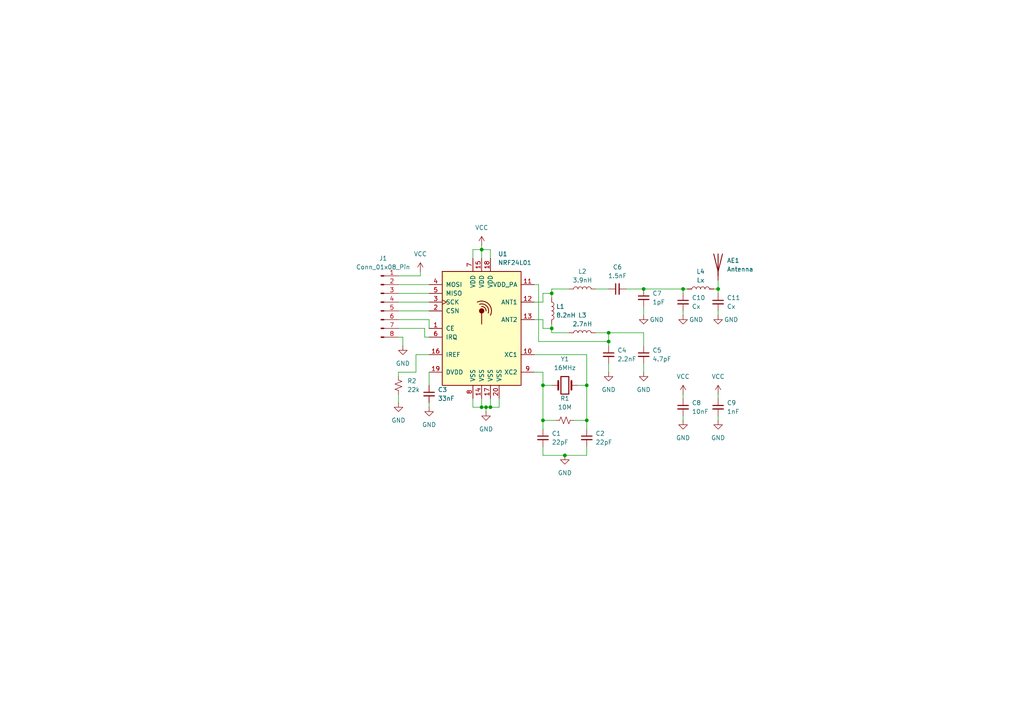
<source format=kicad_sch>
(kicad_sch (version 20231120) (generator "eeschema") (generator_version "8.0")
  (paper "A4")
  (lib_symbols
    (symbol "Connector:Conn_01x08_Pin" (pin_names (offset 1.016) hide)
      (property "Reference" "J" (at 0 10.16 0))
      (property "Value" "Conn_01x08_Pin" (at 0 -12.7 0))
      (symbol "Conn_01x08_Pin_1_1"
        (polyline (pts (xy 1.27 -10.16) (xy 0.8636 -10.16)) (stroke (width 0.1524)))
        (polyline (pts (xy 1.27 -7.62) (xy 0.8636 -7.62)) (stroke (width 0.1524)))
        (polyline (pts (xy 1.27 -5.08) (xy 0.8636 -5.08)) (stroke (width 0.1524)))
        (polyline (pts (xy 1.27 -2.54) (xy 0.8636 -2.54)) (stroke (width 0.1524)))
        (polyline (pts (xy 1.27 0) (xy 0.8636 0)) (stroke (width 0.1524)))
        (polyline (pts (xy 1.27 2.54) (xy 0.8636 2.54)) (stroke (width 0.1524)))
        (polyline (pts (xy 1.27 5.08) (xy 0.8636 5.08)) (stroke (width 0.1524)))
        (polyline (pts (xy 1.27 7.62) (xy 0.8636 7.62)) (stroke (width 0.1524)))
        (rectangle (start 0.8636 -10.033) (end 0 -10.287) (stroke (width 0.1524)) (fill (type outline)))
        (rectangle (start 0.8636 -7.493) (end 0 -7.747) (stroke (width 0.1524)) (fill (type outline)))
        (rectangle (start 0.8636 -4.953) (end 0 -5.207) (stroke (width 0.1524)) (fill (type outline)))
        (rectangle (start 0.8636 -2.413) (end 0 -2.667) (stroke (width 0.1524)) (fill (type outline)))
        (rectangle (start 0.8636 0.127) (end 0 -0.127) (stroke (width 0.1524)) (fill (type outline)))
        (rectangle (start 0.8636 2.667) (end 0 2.413) (stroke (width 0.1524)) (fill (type outline)))
        (rectangle (start 0.8636 5.207) (end 0 4.953) (stroke (width 0.1524)) (fill (type outline)))
        (rectangle (start 0.8636 7.747) (end 0 7.493) (stroke (width 0.1524)) (fill (type outline)))
        (pin passive line (at 5.08 7.62 180) (length 3.81) (name "Pin_1") (number "1"))
        (pin passive line (at 5.08 5.08 180) (length 3.81) (name "Pin_2") (number "2"))
        (pin passive line (at 5.08 2.54 180) (length 3.81) (name "Pin_3") (number "3"))
        (pin passive line (at 5.08 0 180) (length 3.81) (name "Pin_4") (number "4"))
        (pin passive line (at 5.08 -2.54 180) (length 3.81) (name "Pin_5") (number "5"))
        (pin passive line (at 5.08 -5.08 180) (length 3.81) (name "Pin_6") (number "6"))
        (pin passive line (at 5.08 -7.62 180) (length 3.81) (name "Pin_7") (number "7"))
        (pin passive line (at 5.08 -10.16 180) (length 3.81) (name "Pin_8") (number "8"))
      )
    )
    (symbol "Device:Antenna" (pin_numbers hide) (pin_names (offset 1.016) hide)
      (property "Reference" "AE" (at -1.905 1.905 0))
      (property "Value" "Antenna" (at -1.905 0 0))
      (symbol "Antenna_0_1"
        (polyline (pts (xy 0 2.54) (xy 0 -3.81)) (stroke (width 0.254)))
        (polyline (pts (xy 1.27 2.54) (xy 0 -2.54) (xy -1.27 2.54)) (stroke (width 0.254)))
      )
      (symbol "Antenna_1_1"
        (pin input line (at 0 -5.08 90) (length 2.54) (name "A") (number "1"))
      )
    )
    (symbol "Device:C_Small" (pin_numbers hide) (pin_names (offset 0.254) hide)
      (property "Reference" "C" (at 0.254 1.778 0))
      (property "Value" "C_Small" (at 0.254 -2.032 0))
      (symbol "C_Small_0_1"
        (polyline (pts (xy -1.524 -0.508) (xy 1.524 -0.508)) (stroke (width 0.3302)))
        (polyline (pts (xy -1.524 0.508) (xy 1.524 0.508)) (stroke (width 0.3048)))
      )
      (symbol "C_Small_1_1"
        (pin passive line (at 0 2.54 270) (length 2.032) (name "~") (number "1"))
        (pin passive line (at 0 -2.54 90) (length 2.032) (name "~") (number "2"))
      )
    )
    (symbol "Device:Crystal" (pin_numbers hide) (pin_names (offset 1.016) hide)
      (property "Reference" "Y" (at 0 3.81 0))
      (property "Value" "Crystal" (at 0 -3.81 0))
      (symbol "Crystal_0_1"
        (rectangle (start -1.143 2.54) (end 1.143 -2.54) (stroke (width 0.3048)))
        (polyline (pts (xy -2.54 0) (xy -1.905 0)))
        (polyline (pts (xy -1.905 -1.27) (xy -1.905 1.27)) (stroke (width 0.508)))
        (polyline (pts (xy 1.905 -1.27) (xy 1.905 1.27)) (stroke (width 0.508)))
        (polyline (pts (xy 2.54 0) (xy 1.905 0)))
      )
      (symbol "Crystal_1_1"
        (pin passive line (at -3.81 0 0) (length 1.27) (name "1") (number "1"))
        (pin passive line (at 3.81 0 180) (length 1.27) (name "2") (number "2"))
      )
    )
    (symbol "Device:L" (pin_numbers hide) (pin_names (offset 1.016) hide)
      (property "Reference" "L" (at -1.27 0 90))
      (property "Value" "L" (at 1.905 0 90))
      (symbol "L_0_1"
        (arc (start 0 -2.54) (mid 0.6323 -1.905) (end 0 -1.27))
        (arc (start 0 -1.27) (mid 0.6323 -0.635) (end 0 0))
        (arc (start 0 0) (mid 0.6323 0.635) (end 0 1.27))
        (arc (start 0 1.27) (mid 0.6323 1.905) (end 0 2.54))
      )
      (symbol "L_1_1"
        (pin passive line (at 0 3.81 270) (length 1.27) (name "1") (number "1"))
        (pin passive line (at 0 -3.81 90) (length 1.27) (name "2") (number "2"))
      )
    )
    (symbol "Device:R_Small_US" (pin_numbers hide) (pin_names (offset 0.254) hide)
      (property "Reference" "R" (at 0.762 0.508 0))
      (property "Value" "R_Small_US" (at 0.762 -1.016 0))
      (symbol "R_Small_US_1_1"
        (polyline (pts (xy 0 0) (xy 1.016 -0.381) (xy 0 -0.762) (xy -1.016 -1.143) (xy 0 -1.524)))
        (polyline (pts (xy 0 1.524) (xy 1.016 1.143) (xy 0 0.762) (xy -1.016 0.381) (xy 0 0)))
        (pin passive line (at 0 2.54 270) (length 1.016) (name "~") (number "1"))
        (pin passive line (at 0 -2.54 90) (length 1.016) (name "~") (number "2"))
      )
    )
    (symbol "RF:NRF24L01" (pin_names (offset 1.016))
      (property "Reference" "U" (at -11.43 17.78 0))
      (property "Value" "NRF24L01" (at 5.08 17.78 0))
      (symbol "NRF24L01_0_1"
        (rectangle (start -11.43 16.51) (end 11.43 -16.51) (stroke (width 0.254)) (fill (type background)))
        (polyline (pts (xy 0 4.445) (xy 0 1.27)) (stroke (width 0.254)))
        (circle (center 0 5.08) (radius 0.635) (stroke (width 0.254)) (fill (type outline)))
        (arc (start 1.27 5.08) (mid 0.9071 5.9946) (end 0 6.35) (stroke (width 0.254)))
        (arc (start 1.905 4.445) (mid 1.4313 6.5254) (end -0.635 6.985) (stroke (width 0.254)))
        (arc (start 2.54 3.81) (mid 2.008 7.088) (end -1.27 7.62) (stroke (width 0.254)))
        (rectangle (start 11.43 -13.97) (end 11.43 -13.97))
      )
      (symbol "NRF24L01_1_1"
        (pin input line (at -15.24 0 0) (length 3.81) (name "CE") (number "1"))
        (pin passive line (at 15.24 -7.62 180) (length 3.81) (name "XC1") (number "10"))
        (pin power_out line (at 15.24 12.7 180) (length 3.81) (name "VDD_PA") (number "11"))
        (pin passive line (at 15.24 7.62 180) (length 3.81) (name "ANT1") (number "12"))
        (pin passive line (at 15.24 2.54 180) (length 3.81) (name "ANT2") (number "13"))
        (pin power_in line (at 0 -20.32 90) (length 3.81) (name "VSS") (number "14"))
        (pin power_in line (at 0 20.32 270) (length 3.81) (name "VDD") (number "15"))
        (pin passive line (at -15.24 -7.62 0) (length 3.81) (name "IREF") (number "16"))
        (pin power_in line (at 2.54 -20.32 90) (length 3.81) (name "VSS") (number "17"))
        (pin power_in line (at 2.54 20.32 270) (length 3.81) (name "VDD") (number "18"))
        (pin power_out line (at -15.24 -12.7 0) (length 3.81) (name "DVDD") (number "19"))
        (pin input line (at -15.24 5.08 0) (length 3.81) (name "CSN") (number "2"))
        (pin power_in line (at 5.08 -20.32 90) (length 3.81) (name "VSS") (number "20"))
        (pin input clock (at -15.24 7.62 0) (length 3.81) (name "SCK") (number "3"))
        (pin input line (at -15.24 12.7 0) (length 3.81) (name "MOSI") (number "4"))
        (pin output line (at -15.24 10.16 0) (length 3.81) (name "MISO") (number "5"))
        (pin output line (at -15.24 -2.54 0) (length 3.81) (name "IRQ") (number "6"))
        (pin power_in line (at -2.54 20.32 270) (length 3.81) (name "VDD") (number "7"))
        (pin power_in line (at -2.54 -20.32 90) (length 3.81) (name "VSS") (number "8"))
        (pin passive line (at 15.24 -12.7 180) (length 3.81) (name "XC2") (number "9"))
      )
    )
    (symbol "power:GND" (power) (pin_numbers hide) (pin_names (offset 0) hide)
      (property "Value" "GND" (at 0 -3.81 0))
      (symbol "GND_0_1"
        (polyline (pts (xy 0 0) (xy 0 -1.27) (xy 1.27 -1.27) (xy 0 -2.54) (xy -1.27 -1.27) (xy 0 -1.27)))
      )
      (symbol "GND_1_1"
        (pin power_in line (at 0 0 270) (length 0) (name "~") (number "1"))
      )
    )
    (symbol "power:VCC" (power) (pin_numbers hide) (pin_names (offset 0) hide)
      (property "Value" "VCC" (at 0 3.556 0))
      (symbol "VCC_0_1"
        (polyline (pts (xy -0.762 1.27) (xy 0 2.54)))
        (polyline (pts (xy 0 0) (xy 0 2.54)))
        (polyline (pts (xy 0 2.54) (xy 0.762 1.27)))
      )
      (symbol "VCC_1_1"
        (pin power_in line (at 0 0 90) (length 0) (name "~") (number "1"))
      )
    )
  )
  (junction (at 142.24 118.11))
  (junction (at 160.02 95.25))
  (junction (at 157.48 111.76))
  (junction (at 140.97 118.11))
  (junction (at 198.12 83.82))
  (junction (at 170.18 111.76))
  (junction (at 160.02 85.09))
  (junction (at 163.83 132.08))
  (junction (at 176.53 96.52))
  (junction (at 208.28 83.82))
  (junction (at 139.7 118.11))
  (junction (at 139.7 72.39))
  (junction (at 170.18 121.92))
  (junction (at 186.69 83.82))
  (junction (at 176.53 99.06))
  (junction (at 157.48 121.92))
  (wire (pts (xy 123.19 95.25) (xy 123.19 97.79)))
  (wire (pts (xy 124.46 92.71) (xy 124.46 95.25)))
  (wire (pts (xy 208.28 114.3) (xy 208.28 115.57)))
  (wire (pts (xy 115.57 80.01) (xy 121.92 80.01)))
  (wire (pts (xy 172.72 83.82) (xy 176.53 83.82)))
  (wire (pts (xy 120.65 107.95) (xy 115.57 107.95)))
  (wire (pts (xy 198.12 90.17) (xy 198.12 91.44)))
  (wire (pts (xy 115.57 95.25) (xy 123.19 95.25)))
  (wire (pts (xy 176.53 99.06) (xy 176.53 100.33)))
  (wire (pts (xy 160.02 86.36) (xy 160.02 85.09)))
  (wire (pts (xy 157.48 111.76) (xy 157.48 121.92)))
  (wire (pts (xy 139.7 71.12) (xy 139.7 72.39)))
  (wire (pts (xy 139.7 72.39) (xy 139.7 74.93)))
  (wire (pts (xy 115.57 82.55) (xy 124.46 82.55)))
  (wire (pts (xy 170.18 132.08) (xy 163.83 132.08)))
  (wire (pts (xy 167.64 111.76) (xy 170.18 111.76)))
  (wire (pts (xy 142.24 74.93) (xy 142.24 72.39)))
  (wire (pts (xy 172.72 96.52) (xy 176.53 96.52)))
  (wire (pts (xy 120.65 102.87) (xy 120.65 107.95)))
  (wire (pts (xy 144.78 118.11) (xy 142.24 118.11)))
  (wire (pts (xy 115.57 85.09) (xy 124.46 85.09)))
  (wire (pts (xy 154.94 87.63) (xy 157.48 87.63)))
  (wire (pts (xy 186.69 100.33) (xy 186.69 96.52)))
  (wire (pts (xy 176.53 105.41) (xy 176.53 107.95)))
  (wire (pts (xy 208.28 90.17) (xy 208.28 91.44)))
  (wire (pts (xy 186.69 105.41) (xy 186.69 107.95)))
  (wire (pts (xy 170.18 111.76) (xy 170.18 121.92)))
  (wire (pts (xy 160.02 96.52) (xy 165.1 96.52)))
  (wire (pts (xy 142.24 72.39) (xy 139.7 72.39)))
  (wire (pts (xy 123.19 97.79) (xy 124.46 97.79)))
  (wire (pts (xy 208.28 83.82) (xy 208.28 85.09)))
  (wire (pts (xy 181.61 83.82) (xy 186.69 83.82)))
  (wire (pts (xy 121.92 80.01) (xy 121.92 78.74)))
  (wire (pts (xy 154.94 102.87) (xy 170.18 102.87)))
  (wire (pts (xy 124.46 102.87) (xy 120.65 102.87)))
  (wire (pts (xy 144.78 115.57) (xy 144.78 118.11)))
  (wire (pts (xy 157.48 129.54) (xy 157.48 132.08)))
  (wire (pts (xy 154.94 92.71) (xy 157.48 92.71)))
  (wire (pts (xy 208.28 81.28) (xy 208.28 83.82)))
  (wire (pts (xy 124.46 107.95) (xy 124.46 111.76)))
  (wire (pts (xy 140.97 118.11) (xy 142.24 118.11)))
  (wire (pts (xy 157.48 85.09) (xy 160.02 85.09)))
  (wire (pts (xy 157.48 107.95) (xy 157.48 111.76)))
  (wire (pts (xy 160.02 95.25) (xy 160.02 93.98)))
  (wire (pts (xy 160.02 85.09) (xy 160.02 83.82)))
  (wire (pts (xy 170.18 129.54) (xy 170.18 132.08)))
  (wire (pts (xy 198.12 85.09) (xy 198.12 83.82)))
  (wire (pts (xy 176.53 96.52) (xy 176.53 99.06)))
  (wire (pts (xy 160.02 83.82) (xy 165.1 83.82)))
  (wire (pts (xy 186.69 96.52) (xy 176.53 96.52)))
  (wire (pts (xy 154.94 107.95) (xy 157.48 107.95)))
  (wire (pts (xy 115.57 87.63) (xy 124.46 87.63)))
  (wire (pts (xy 137.16 72.39) (xy 139.7 72.39)))
  (wire (pts (xy 137.16 74.93) (xy 137.16 72.39)))
  (wire (pts (xy 160.02 96.52) (xy 160.02 95.25)))
  (wire (pts (xy 207.01 83.82) (xy 208.28 83.82)))
  (wire (pts (xy 137.16 115.57) (xy 137.16 118.11)))
  (wire (pts (xy 156.21 82.55) (xy 156.21 99.06)))
  (wire (pts (xy 157.48 87.63) (xy 157.48 85.09)))
  (wire (pts (xy 198.12 83.82) (xy 199.39 83.82)))
  (wire (pts (xy 198.12 114.3) (xy 198.12 115.57)))
  (wire (pts (xy 198.12 120.65) (xy 198.12 121.92)))
  (wire (pts (xy 166.37 121.92) (xy 170.18 121.92)))
  (wire (pts (xy 157.48 121.92) (xy 157.48 124.46)))
  (wire (pts (xy 115.57 114.3) (xy 115.57 116.84)))
  (wire (pts (xy 116.84 97.79) (xy 116.84 100.33)))
  (wire (pts (xy 170.18 121.92) (xy 170.18 124.46)))
  (wire (pts (xy 139.7 115.57) (xy 139.7 118.11)))
  (wire (pts (xy 115.57 90.17) (xy 124.46 90.17)))
  (wire (pts (xy 156.21 99.06) (xy 176.53 99.06)))
  (wire (pts (xy 170.18 102.87) (xy 170.18 111.76)))
  (wire (pts (xy 157.48 95.25) (xy 160.02 95.25)))
  (wire (pts (xy 124.46 116.84) (xy 124.46 118.11)))
  (wire (pts (xy 186.69 88.9) (xy 186.69 91.44)))
  (wire (pts (xy 115.57 97.79) (xy 116.84 97.79)))
  (wire (pts (xy 154.94 82.55) (xy 156.21 82.55)))
  (wire (pts (xy 186.69 83.82) (xy 198.12 83.82)))
  (wire (pts (xy 160.02 111.76) (xy 157.48 111.76)))
  (wire (pts (xy 137.16 118.11) (xy 139.7 118.11)))
  (wire (pts (xy 142.24 115.57) (xy 142.24 118.11)))
  (wire (pts (xy 140.97 118.11) (xy 140.97 119.38)))
  (wire (pts (xy 115.57 107.95) (xy 115.57 109.22)))
  (wire (pts (xy 157.48 92.71) (xy 157.48 95.25)))
  (wire (pts (xy 139.7 118.11) (xy 140.97 118.11)))
  (wire (pts (xy 161.29 121.92) (xy 157.48 121.92)))
  (wire (pts (xy 208.28 120.65) (xy 208.28 121.92)))
  (wire (pts (xy 157.48 132.08) (xy 163.83 132.08)))
  (wire (pts (xy 115.57 92.71) (xy 124.46 92.71)))
  (symbol (lib_id "Device:C_Small") (at 157.48 127 0) (unit 1)
    (property "Reference" "C1" (at 160.02 125.7362 0) (effects (justify left)))
    (property "Value" "22pF" (at 160.02 128.2762 0) (effects (justify left)))
    (property "Footprint" "Capacitor_SMD:C_0402_1005Metric" (effects (hide yes)))
    (property "Description" "Unpolarized capacitor, small symbol" (effects (hide yes)))
  )
  (symbol (lib_id "Device:L") (at 203.2 83.82 90) (unit 1)
    (property "Reference" "L4" (at 203.2 78.74 90))
    (property "Value" "Lx" (at 203.2 81.28 90))
    (property "Footprint" "Inductor_SMD:L_0402_1005Metric" (effects (hide yes)))
    (property "Description" "Inductor" (effects (hide yes)))
  )
  (symbol (lib_id "Device:L") (at 168.91 96.52 90) (unit 1)
    (property "Reference" "L3" (at 168.91 91.44 90))
    (property "Value" "2.7nH" (at 168.91 93.98 90))
    (property "Footprint" "Inductor_SMD:L_0402_1005Metric" (effects (hide yes)))
    (property "Description" "Inductor" (effects (hide yes)))
  )
  (symbol (lib_id "power:GND") (at 124.46 118.11 0) (unit 1)
    (property "Reference" "#PWR07" (effects (hide yes)))
    (property "Value" "GND" (at 124.46 123.19 0))
    (property "Description" "Power symbol creates a global label with name \"GND\" , ground" (effects (hide yes)))
  )
  (symbol (lib_id "Device:R_Small_US") (at 163.83 121.92 90) (unit 1)
    (property "Reference" "R1" (at 163.83 115.57 90))
    (property "Value" "10M" (at 163.83 118.11 90))
    (property "Footprint" "Resistor_SMD:R_0402_1005Metric" (effects (hide yes)))
    (property "Description" "Resistor, small US symbol" (effects (hide yes)))
  )
  (symbol (lib_id "power:VCC") (at 139.7 71.12 0) (unit 1)
    (property "Reference" "#PWR02" (effects (hide yes)))
    (property "Value" "VCC" (at 139.7 66.04 0))
    (property "Description" "Power symbol creates a global label with name \"VCC\"" (effects (hide yes)))
  )
  (symbol (lib_id "power:GND") (at 186.69 107.95 0) (unit 1)
    (property "Reference" "#PWR09" (effects (hide yes)))
    (property "Value" "GND" (at 186.69 113.03 0))
    (property "Description" "Power symbol creates a global label with name \"GND\" , ground" (effects (hide yes)))
  )
  (symbol (lib_id "power:GND") (at 208.28 91.44 0) (unit 1)
    (property "Reference" "#PWR016" (effects (hide yes)))
    (property "Value" "GND" (at 214.122 92.71 0) (effects (justify right)))
    (property "Description" "Power symbol creates a global label with name \"GND\" , ground" (effects (hide yes)))
  )
  (symbol (lib_id "power:VCC") (at 121.92 78.74 0) (unit 1)
    (property "Reference" "#PWR05" (effects (hide yes)))
    (property "Value" "VCC" (at 121.92 73.66 0))
    (property "Description" "Power symbol creates a global label with name \"VCC\"" (effects (hide yes)))
  )
  (symbol (lib_id "power:GND") (at 163.83 132.08 0) (unit 1)
    (property "Reference" "#PWR03" (effects (hide yes)))
    (property "Value" "GND" (at 163.83 137.16 0))
    (property "Description" "Power symbol creates a global label with name \"GND\" , ground" (effects (hide yes)))
  )
  (symbol (lib_id "Device:L") (at 160.02 90.17 0) (unit 1)
    (property "Reference" "L1" (at 161.29 88.8999 0) (effects (justify left)))
    (property "Value" "8.2nH" (at 161.29 91.4399 0) (effects (justify left)))
    (property "Footprint" "Inductor_SMD:L_0402_1005Metric" (effects (hide yes)))
    (property "Description" "Inductor" (effects (hide yes)))
  )
  (symbol (lib_id "Device:R_Small_US") (at 115.57 111.76 0) (unit 1)
    (property "Reference" "R2" (at 118.11 110.4899 0) (effects (justify left)))
    (property "Value" "22k" (at 118.11 113.0299 0) (effects (justify left)))
    (property "Footprint" "Resistor_SMD:R_0402_1005Metric" (effects (hide yes)))
    (property "Description" "Resistor, small US symbol" (effects (hide yes)))
  )
  (symbol (lib_id "RF:NRF24L01") (at 139.7 95.25 0) (unit 1)
    (property "Reference" "U1" (at 144.4341 73.66 0) (effects (justify left)))
    (property "Value" "NRF24L01" (at 144.4341 76.2 0) (effects (justify left)))
    (property "Footprint" "Package_DFN_QFN:QFN-20-1EP_4x4mm_P0.5mm_EP2.5x2.5mm" (effects (hide yes)))
    (property "Datasheet" "http://www.nordicsemi.com/eng/content/download/2730/34105/file/nRF24L01_Product_Specification_v2_0.pdf" (effects (hide yes)))
    (property "Description" "Ultra low power 2.4GHz RF Transceiver, QFN-20" (effects (hide yes)))
  )
  (symbol (lib_id "Device:C_Small") (at 176.53 102.87 0) (unit 1)
    (property "Reference" "C4" (at 179.07 101.6062 0) (effects (justify left)))
    (property "Value" "2.2nF" (at 179.07 104.1462 0) (effects (justify left)))
    (property "Footprint" "Capacitor_SMD:C_0402_1005Metric" (effects (hide yes)))
    (property "Description" "Unpolarized capacitor, small symbol" (effects (hide yes)))
  )
  (symbol (lib_id "Device:C_Small") (at 124.46 114.3 0) (unit 1)
    (property "Reference" "C3" (at 127 113.0362 0) (effects (justify left)))
    (property "Value" "33nF" (at 127 115.5762 0) (effects (justify left)))
    (property "Footprint" "Capacitor_SMD:C_0402_1005Metric" (effects (hide yes)))
    (property "Description" "Unpolarized capacitor, small symbol" (effects (hide yes)))
  )
  (symbol (lib_id "Device:C_Small") (at 186.69 86.36 0) (unit 1)
    (property "Reference" "C7" (at 189.23 85.0962 0) (effects (justify left)))
    (property "Value" "1pF" (at 189.23 87.6362 0) (effects (justify left)))
    (property "Footprint" "Capacitor_SMD:C_0402_1005Metric" (effects (hide yes)))
    (property "Description" "Unpolarized capacitor, small symbol" (effects (hide yes)))
  )
  (symbol (lib_id "power:GND") (at 186.69 91.44 0) (unit 1)
    (property "Reference" "#PWR010" (effects (hide yes)))
    (property "Value" "GND" (at 192.532 92.71 0) (effects (justify right)))
    (property "Description" "Power symbol creates a global label with name \"GND\" , ground" (effects (hide yes)))
  )
  (symbol (lib_id "power:GND") (at 116.84 100.33 0) (unit 1)
    (property "Reference" "#PWR06" (effects (hide yes)))
    (property "Value" "GND" (at 116.84 105.41 0))
    (property "Description" "Power symbol creates a global label with name \"GND\" , ground" (effects (hide yes)))
  )
  (symbol (lib_id "Device:L") (at 168.91 83.82 90) (unit 1)
    (property "Reference" "L2" (at 168.91 78.74 90))
    (property "Value" "3.9nH" (at 168.91 81.28 90))
    (property "Footprint" "Inductor_SMD:L_0402_1005Metric" (effects (hide yes)))
    (property "Description" "Inductor" (effects (hide yes)))
  )
  (symbol (lib_id "power:GND") (at 176.53 107.95 0) (unit 1)
    (property "Reference" "#PWR08" (effects (hide yes)))
    (property "Value" "GND" (at 176.53 113.03 0))
    (property "Description" "Power symbol creates a global label with name \"GND\" , ground" (effects (hide yes)))
  )
  (symbol (lib_id "power:GND") (at 115.57 116.84 0) (unit 1)
    (property "Reference" "#PWR04" (effects (hide yes)))
    (property "Value" "GND" (at 115.57 121.92 0))
    (property "Description" "Power symbol creates a global label with name \"GND\" , ground" (effects (hide yes)))
  )
  (symbol (lib_id "power:VCC") (at 208.28 114.3 0) (unit 1)
    (property "Reference" "#PWR014" (effects (hide yes)))
    (property "Value" "VCC" (at 208.28 109.22 0))
    (property "Description" "Power symbol creates a global label with name \"VCC\"" (effects (hide yes)))
  )
  (symbol (lib_id "power:GND") (at 198.12 91.44 0) (unit 1)
    (property "Reference" "#PWR015" (effects (hide yes)))
    (property "Value" "GND" (at 203.962 92.71 0) (effects (justify right)))
    (property "Description" "Power symbol creates a global label with name \"GND\" , ground" (effects (hide yes)))
  )
  (symbol (lib_id "Device:C_Small") (at 186.69 102.87 0) (unit 1)
    (property "Reference" "C5" (at 189.23 101.6062 0) (effects (justify left)))
    (property "Value" "4.7pF" (at 189.23 104.1462 0) (effects (justify left)))
    (property "Footprint" "Capacitor_SMD:C_0402_1005Metric" (effects (hide yes)))
    (property "Description" "Unpolarized capacitor, small symbol" (effects (hide yes)))
  )
  (symbol (lib_id "power:VCC") (at 198.12 114.3 0) (unit 1)
    (property "Reference" "#PWR013" (effects (hide yes)))
    (property "Value" "VCC" (at 198.12 109.22 0))
    (property "Description" "Power symbol creates a global label with name \"VCC\"" (effects (hide yes)))
  )
  (symbol (lib_id "Connector:Conn_01x08_Pin") (at 110.49 87.63 0) (unit 1)
    (property "Reference" "J1" (at 111.125 74.93 0))
    (property "Value" "Conn_01x08_Pin" (at 111.125 77.47 0))
    (property "Footprint" "Connector_Hirose:Hirose_DF13-08P-1.25DSA_1x08_P1.25mm_Vertical" (effects (hide yes)))
    (property "Description" "Generic connector, single row, 01x08, script generated" (effects (hide yes)))
  )
  (symbol (lib_id "Device:C_Small") (at 198.12 87.63 0) (unit 1)
    (property "Reference" "C10" (at 200.66 86.3662 0) (effects (justify left)))
    (property "Value" "Cx" (at 200.66 88.9062 0) (effects (justify left)))
    (property "Footprint" "Capacitor_SMD:C_0402_1005Metric" (effects (hide yes)))
    (property "Description" "Unpolarized capacitor, small symbol" (effects (hide yes)))
  )
  (symbol (lib_id "Device:C_Small") (at 179.07 83.82 90) (unit 1)
    (property "Reference" "C6" (at 179.0763 77.47 90))
    (property "Value" "1.5nF" (at 179.0763 80.01 90))
    (property "Footprint" "Capacitor_SMD:C_0402_1005Metric" (effects (hide yes)))
    (property "Description" "Unpolarized capacitor, small symbol" (effects (hide yes)))
  )
  (symbol (lib_id "power:GND") (at 208.28 121.92 0) (unit 1)
    (property "Reference" "#PWR011" (effects (hide yes)))
    (property "Value" "GND" (at 208.28 127 0))
    (property "Description" "Power symbol creates a global label with name \"GND\" , ground" (effects (hide yes)))
  )
  (symbol (lib_id "power:GND") (at 198.12 121.92 0) (unit 1)
    (property "Reference" "#PWR012" (effects (hide yes)))
    (property "Value" "GND" (at 198.12 127 0))
    (property "Description" "Power symbol creates a global label with name \"GND\" , ground" (effects (hide yes)))
  )
  (symbol (lib_id "Device:C_Small") (at 208.28 118.11 0) (unit 1)
    (property "Reference" "C9" (at 210.82 116.8462 0) (effects (justify left)))
    (property "Value" "1nF" (at 210.82 119.3862 0) (effects (justify left)))
    (property "Footprint" "Capacitor_SMD:C_0402_1005Metric" (effects (hide yes)))
    (property "Description" "Unpolarized capacitor, small symbol" (effects (hide yes)))
  )
  (symbol (lib_id "Device:C_Small") (at 208.28 87.63 0) (unit 1)
    (property "Reference" "C11" (at 210.82 86.3662 0) (effects (justify left)))
    (property "Value" "Cx" (at 210.82 88.9062 0) (effects (justify left)))
    (property "Footprint" "Capacitor_SMD:C_0402_1005Metric" (effects (hide yes)))
    (property "Description" "Unpolarized capacitor, small symbol" (effects (hide yes)))
  )
  (symbol (lib_id "Device:Antenna") (at 208.28 76.2 0) (unit 1)
    (property "Reference" "AE1" (at 210.82 75.5649 0) (effects (justify left)))
    (property "Value" "Antenna" (at 210.82 78.1049 0) (effects (justify left)))
    (property "Footprint" "RF_Antenna:Texas_SWRA117D_2.4GHz_Right" (effects (hide yes)))
    (property "Description" "Antenna" (effects (hide yes)))
  )
  (symbol (lib_id "Device:Crystal") (at 163.83 111.76 0) (unit 1)
    (property "Reference" "Y1" (at 163.83 104.14 0))
    (property "Value" "16MHz" (at 163.83 106.68 0))
    (property "Footprint" "Crystal:Crystal_SMD_3215-2Pin_3.2x1.5mm" (effects (hide yes)))
    (property "Description" "Two pin crystal" (effects (hide yes)))
  )
  (symbol (lib_id "Device:C_Small") (at 198.12 118.11 0) (unit 1)
    (property "Reference" "C8" (at 200.66 116.8462 0) (effects (justify left)))
    (property "Value" "10nF" (at 200.66 119.3862 0) (effects (justify left)))
    (property "Footprint" "Capacitor_SMD:C_0402_1005Metric" (effects (hide yes)))
    (property "Description" "Unpolarized capacitor, small symbol" (effects (hide yes)))
  )
  (symbol (lib_id "power:GND") (at 140.97 119.38 0) (unit 1)
    (property "Reference" "#PWR01" (effects (hide yes)))
    (property "Value" "GND" (at 140.97 124.46 0))
    (property "Description" "Power symbol creates a global label with name \"GND\" , ground" (effects (hide yes)))
  )
  (symbol (lib_id "Device:C_Small") (at 170.18 127 0) (unit 1)
    (property "Reference" "C2" (at 172.72 125.7362 0) (effects (justify left)))
    (property "Value" "22pF" (at 172.72 128.2762 0) (effects (justify left)))
    (property "Footprint" "Capacitor_SMD:C_0402_1005Metric" (effects (hide yes)))
    (property "Description" "Unpolarized capacitor, small symbol" (effects (hide yes)))
  )
)
</source>
